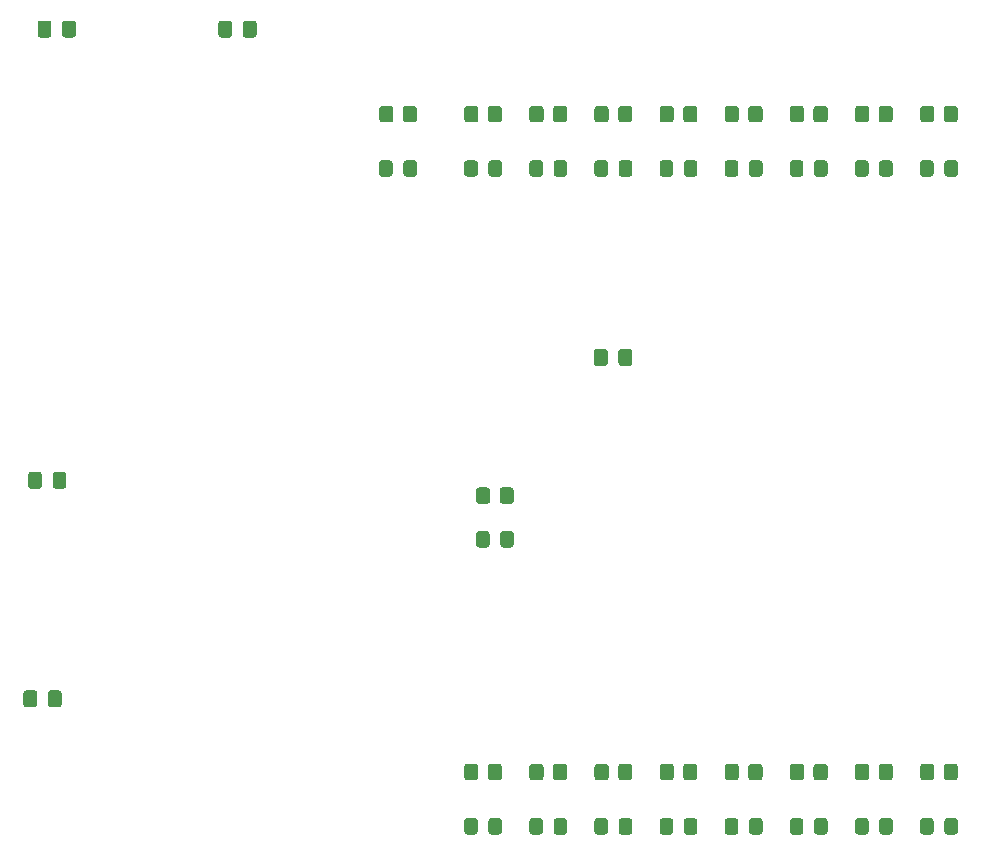
<source format=gtp>
G04 #@! TF.GenerationSoftware,KiCad,Pcbnew,(5.1.9)-1*
G04 #@! TF.CreationDate,2021-10-24T09:52:10-04:00*
G04 #@! TF.ProjectId,ir-rc,69722d72-632e-46b6-9963-61645f706362,1.0*
G04 #@! TF.SameCoordinates,Original*
G04 #@! TF.FileFunction,Paste,Top*
G04 #@! TF.FilePolarity,Positive*
%FSLAX46Y46*%
G04 Gerber Fmt 4.6, Leading zero omitted, Abs format (unit mm)*
G04 Created by KiCad (PCBNEW (5.1.9)-1) date 2021-10-24 09:52:10*
%MOMM*%
%LPD*%
G01*
G04 APERTURE LIST*
G04 APERTURE END LIST*
G36*
G01*
X154550000Y-83575000D02*
X154550000Y-82625000D01*
G75*
G02*
X154800000Y-82375000I250000J0D01*
G01*
X155475000Y-82375000D01*
G75*
G02*
X155725000Y-82625000I0J-250000D01*
G01*
X155725000Y-83575000D01*
G75*
G02*
X155475000Y-83825000I-250000J0D01*
G01*
X154800000Y-83825000D01*
G75*
G02*
X154550000Y-83575000I0J250000D01*
G01*
G37*
G36*
G01*
X152475000Y-83575000D02*
X152475000Y-82625000D01*
G75*
G02*
X152725000Y-82375000I250000J0D01*
G01*
X153400000Y-82375000D01*
G75*
G02*
X153650000Y-82625000I0J-250000D01*
G01*
X153650000Y-83575000D01*
G75*
G02*
X153400000Y-83825000I-250000J0D01*
G01*
X152725000Y-83825000D01*
G75*
G02*
X152475000Y-83575000I0J250000D01*
G01*
G37*
G36*
G01*
X144500000Y-95250001D02*
X144500000Y-94349999D01*
G75*
G02*
X144749999Y-94100000I249999J0D01*
G01*
X145450001Y-94100000D01*
G75*
G02*
X145700000Y-94349999I0J-249999D01*
G01*
X145700000Y-95250001D01*
G75*
G02*
X145450001Y-95500000I-249999J0D01*
G01*
X144749999Y-95500000D01*
G75*
G02*
X144500000Y-95250001I0J249999D01*
G01*
G37*
G36*
G01*
X142500000Y-95250001D02*
X142500000Y-94349999D01*
G75*
G02*
X142749999Y-94100000I249999J0D01*
G01*
X143450001Y-94100000D01*
G75*
G02*
X143700000Y-94349999I0J-249999D01*
G01*
X143700000Y-95250001D01*
G75*
G02*
X143450001Y-95500000I-249999J0D01*
G01*
X142749999Y-95500000D01*
G75*
G02*
X142500000Y-95250001I0J249999D01*
G01*
G37*
G36*
G01*
X144550000Y-98950001D02*
X144550000Y-98049999D01*
G75*
G02*
X144799999Y-97800000I249999J0D01*
G01*
X145450001Y-97800000D01*
G75*
G02*
X145700000Y-98049999I0J-249999D01*
G01*
X145700000Y-98950001D01*
G75*
G02*
X145450001Y-99200000I-249999J0D01*
G01*
X144799999Y-99200000D01*
G75*
G02*
X144550000Y-98950001I0J249999D01*
G01*
G37*
G36*
G01*
X142500000Y-98950001D02*
X142500000Y-98049999D01*
G75*
G02*
X142749999Y-97800000I249999J0D01*
G01*
X143400001Y-97800000D01*
G75*
G02*
X143650000Y-98049999I0J-249999D01*
G01*
X143650000Y-98950001D01*
G75*
G02*
X143400001Y-99200000I-249999J0D01*
G01*
X142749999Y-99200000D01*
G75*
G02*
X142500000Y-98950001I0J249999D01*
G01*
G37*
G36*
G01*
X182100000Y-62950001D02*
X182100000Y-62049999D01*
G75*
G02*
X182349999Y-61800000I249999J0D01*
G01*
X183050001Y-61800000D01*
G75*
G02*
X183300000Y-62049999I0J-249999D01*
G01*
X183300000Y-62950001D01*
G75*
G02*
X183050001Y-63200000I-249999J0D01*
G01*
X182349999Y-63200000D01*
G75*
G02*
X182100000Y-62950001I0J249999D01*
G01*
G37*
G36*
G01*
X180100000Y-62950001D02*
X180100000Y-62049999D01*
G75*
G02*
X180349999Y-61800000I249999J0D01*
G01*
X181050001Y-61800000D01*
G75*
G02*
X181300000Y-62049999I0J-249999D01*
G01*
X181300000Y-62950001D01*
G75*
G02*
X181050001Y-63200000I-249999J0D01*
G01*
X180349999Y-63200000D01*
G75*
G02*
X180100000Y-62950001I0J249999D01*
G01*
G37*
G36*
G01*
X176585710Y-62950001D02*
X176585710Y-62049999D01*
G75*
G02*
X176835709Y-61800000I249999J0D01*
G01*
X177535711Y-61800000D01*
G75*
G02*
X177785710Y-62049999I0J-249999D01*
G01*
X177785710Y-62950001D01*
G75*
G02*
X177535711Y-63200000I-249999J0D01*
G01*
X176835709Y-63200000D01*
G75*
G02*
X176585710Y-62950001I0J249999D01*
G01*
G37*
G36*
G01*
X174585710Y-62950001D02*
X174585710Y-62049999D01*
G75*
G02*
X174835709Y-61800000I249999J0D01*
G01*
X175535711Y-61800000D01*
G75*
G02*
X175785710Y-62049999I0J-249999D01*
G01*
X175785710Y-62950001D01*
G75*
G02*
X175535711Y-63200000I-249999J0D01*
G01*
X174835709Y-63200000D01*
G75*
G02*
X174585710Y-62950001I0J249999D01*
G01*
G37*
G36*
G01*
X171071425Y-62950001D02*
X171071425Y-62049999D01*
G75*
G02*
X171321424Y-61800000I249999J0D01*
G01*
X172021426Y-61800000D01*
G75*
G02*
X172271425Y-62049999I0J-249999D01*
G01*
X172271425Y-62950001D01*
G75*
G02*
X172021426Y-63200000I-249999J0D01*
G01*
X171321424Y-63200000D01*
G75*
G02*
X171071425Y-62950001I0J249999D01*
G01*
G37*
G36*
G01*
X169071425Y-62950001D02*
X169071425Y-62049999D01*
G75*
G02*
X169321424Y-61800000I249999J0D01*
G01*
X170021426Y-61800000D01*
G75*
G02*
X170271425Y-62049999I0J-249999D01*
G01*
X170271425Y-62950001D01*
G75*
G02*
X170021426Y-63200000I-249999J0D01*
G01*
X169321424Y-63200000D01*
G75*
G02*
X169071425Y-62950001I0J249999D01*
G01*
G37*
G36*
G01*
X165557140Y-62950001D02*
X165557140Y-62049999D01*
G75*
G02*
X165807139Y-61800000I249999J0D01*
G01*
X166507141Y-61800000D01*
G75*
G02*
X166757140Y-62049999I0J-249999D01*
G01*
X166757140Y-62950001D01*
G75*
G02*
X166507141Y-63200000I-249999J0D01*
G01*
X165807139Y-63200000D01*
G75*
G02*
X165557140Y-62950001I0J249999D01*
G01*
G37*
G36*
G01*
X163557140Y-62950001D02*
X163557140Y-62049999D01*
G75*
G02*
X163807139Y-61800000I249999J0D01*
G01*
X164507141Y-61800000D01*
G75*
G02*
X164757140Y-62049999I0J-249999D01*
G01*
X164757140Y-62950001D01*
G75*
G02*
X164507141Y-63200000I-249999J0D01*
G01*
X163807139Y-63200000D01*
G75*
G02*
X163557140Y-62950001I0J249999D01*
G01*
G37*
G36*
G01*
X160042855Y-62950001D02*
X160042855Y-62049999D01*
G75*
G02*
X160292854Y-61800000I249999J0D01*
G01*
X160992856Y-61800000D01*
G75*
G02*
X161242855Y-62049999I0J-249999D01*
G01*
X161242855Y-62950001D01*
G75*
G02*
X160992856Y-63200000I-249999J0D01*
G01*
X160292854Y-63200000D01*
G75*
G02*
X160042855Y-62950001I0J249999D01*
G01*
G37*
G36*
G01*
X158042855Y-62950001D02*
X158042855Y-62049999D01*
G75*
G02*
X158292854Y-61800000I249999J0D01*
G01*
X158992856Y-61800000D01*
G75*
G02*
X159242855Y-62049999I0J-249999D01*
G01*
X159242855Y-62950001D01*
G75*
G02*
X158992856Y-63200000I-249999J0D01*
G01*
X158292854Y-63200000D01*
G75*
G02*
X158042855Y-62950001I0J249999D01*
G01*
G37*
G36*
G01*
X154528570Y-62950001D02*
X154528570Y-62049999D01*
G75*
G02*
X154778569Y-61800000I249999J0D01*
G01*
X155478571Y-61800000D01*
G75*
G02*
X155728570Y-62049999I0J-249999D01*
G01*
X155728570Y-62950001D01*
G75*
G02*
X155478571Y-63200000I-249999J0D01*
G01*
X154778569Y-63200000D01*
G75*
G02*
X154528570Y-62950001I0J249999D01*
G01*
G37*
G36*
G01*
X152528570Y-62950001D02*
X152528570Y-62049999D01*
G75*
G02*
X152778569Y-61800000I249999J0D01*
G01*
X153478571Y-61800000D01*
G75*
G02*
X153728570Y-62049999I0J-249999D01*
G01*
X153728570Y-62950001D01*
G75*
G02*
X153478571Y-63200000I-249999J0D01*
G01*
X152778569Y-63200000D01*
G75*
G02*
X152528570Y-62950001I0J249999D01*
G01*
G37*
G36*
G01*
X149014285Y-62950001D02*
X149014285Y-62049999D01*
G75*
G02*
X149264284Y-61800000I249999J0D01*
G01*
X149964286Y-61800000D01*
G75*
G02*
X150214285Y-62049999I0J-249999D01*
G01*
X150214285Y-62950001D01*
G75*
G02*
X149964286Y-63200000I-249999J0D01*
G01*
X149264284Y-63200000D01*
G75*
G02*
X149014285Y-62950001I0J249999D01*
G01*
G37*
G36*
G01*
X147014285Y-62950001D02*
X147014285Y-62049999D01*
G75*
G02*
X147264284Y-61800000I249999J0D01*
G01*
X147964286Y-61800000D01*
G75*
G02*
X148214285Y-62049999I0J-249999D01*
G01*
X148214285Y-62950001D01*
G75*
G02*
X147964286Y-63200000I-249999J0D01*
G01*
X147264284Y-63200000D01*
G75*
G02*
X147014285Y-62950001I0J249999D01*
G01*
G37*
G36*
G01*
X143500000Y-62950001D02*
X143500000Y-62049999D01*
G75*
G02*
X143749999Y-61800000I249999J0D01*
G01*
X144450001Y-61800000D01*
G75*
G02*
X144700000Y-62049999I0J-249999D01*
G01*
X144700000Y-62950001D01*
G75*
G02*
X144450001Y-63200000I-249999J0D01*
G01*
X143749999Y-63200000D01*
G75*
G02*
X143500000Y-62950001I0J249999D01*
G01*
G37*
G36*
G01*
X141500000Y-62950001D02*
X141500000Y-62049999D01*
G75*
G02*
X141749999Y-61800000I249999J0D01*
G01*
X142450001Y-61800000D01*
G75*
G02*
X142700000Y-62049999I0J-249999D01*
G01*
X142700000Y-62950001D01*
G75*
G02*
X142450001Y-63200000I-249999J0D01*
G01*
X141749999Y-63200000D01*
G75*
G02*
X141500000Y-62950001I0J249999D01*
G01*
G37*
G36*
G01*
X135500000Y-62049999D02*
X135500000Y-62950001D01*
G75*
G02*
X135250001Y-63200000I-249999J0D01*
G01*
X134549999Y-63200000D01*
G75*
G02*
X134300000Y-62950001I0J249999D01*
G01*
X134300000Y-62049999D01*
G75*
G02*
X134549999Y-61800000I249999J0D01*
G01*
X135250001Y-61800000D01*
G75*
G02*
X135500000Y-62049999I0J-249999D01*
G01*
G37*
G36*
G01*
X137500000Y-62049999D02*
X137500000Y-62950001D01*
G75*
G02*
X137250001Y-63200000I-249999J0D01*
G01*
X136549999Y-63200000D01*
G75*
G02*
X136300000Y-62950001I0J249999D01*
G01*
X136300000Y-62049999D01*
G75*
G02*
X136549999Y-61800000I249999J0D01*
G01*
X137250001Y-61800000D01*
G75*
G02*
X137500000Y-62049999I0J-249999D01*
G01*
G37*
G36*
G01*
X143500000Y-118650001D02*
X143500000Y-117749999D01*
G75*
G02*
X143749999Y-117500000I249999J0D01*
G01*
X144450001Y-117500000D01*
G75*
G02*
X144700000Y-117749999I0J-249999D01*
G01*
X144700000Y-118650001D01*
G75*
G02*
X144450001Y-118900000I-249999J0D01*
G01*
X143749999Y-118900000D01*
G75*
G02*
X143500000Y-118650001I0J249999D01*
G01*
G37*
G36*
G01*
X141500000Y-118650001D02*
X141500000Y-117749999D01*
G75*
G02*
X141749999Y-117500000I249999J0D01*
G01*
X142450001Y-117500000D01*
G75*
G02*
X142700000Y-117749999I0J-249999D01*
G01*
X142700000Y-118650001D01*
G75*
G02*
X142450001Y-118900000I-249999J0D01*
G01*
X141749999Y-118900000D01*
G75*
G02*
X141500000Y-118650001I0J249999D01*
G01*
G37*
G36*
G01*
X149014285Y-118650001D02*
X149014285Y-117749999D01*
G75*
G02*
X149264284Y-117500000I249999J0D01*
G01*
X149964286Y-117500000D01*
G75*
G02*
X150214285Y-117749999I0J-249999D01*
G01*
X150214285Y-118650001D01*
G75*
G02*
X149964286Y-118900000I-249999J0D01*
G01*
X149264284Y-118900000D01*
G75*
G02*
X149014285Y-118650001I0J249999D01*
G01*
G37*
G36*
G01*
X147014285Y-118650001D02*
X147014285Y-117749999D01*
G75*
G02*
X147264284Y-117500000I249999J0D01*
G01*
X147964286Y-117500000D01*
G75*
G02*
X148214285Y-117749999I0J-249999D01*
G01*
X148214285Y-118650001D01*
G75*
G02*
X147964286Y-118900000I-249999J0D01*
G01*
X147264284Y-118900000D01*
G75*
G02*
X147014285Y-118650001I0J249999D01*
G01*
G37*
G36*
G01*
X154528570Y-118650001D02*
X154528570Y-117749999D01*
G75*
G02*
X154778569Y-117500000I249999J0D01*
G01*
X155478571Y-117500000D01*
G75*
G02*
X155728570Y-117749999I0J-249999D01*
G01*
X155728570Y-118650001D01*
G75*
G02*
X155478571Y-118900000I-249999J0D01*
G01*
X154778569Y-118900000D01*
G75*
G02*
X154528570Y-118650001I0J249999D01*
G01*
G37*
G36*
G01*
X152528570Y-118650001D02*
X152528570Y-117749999D01*
G75*
G02*
X152778569Y-117500000I249999J0D01*
G01*
X153478571Y-117500000D01*
G75*
G02*
X153728570Y-117749999I0J-249999D01*
G01*
X153728570Y-118650001D01*
G75*
G02*
X153478571Y-118900000I-249999J0D01*
G01*
X152778569Y-118900000D01*
G75*
G02*
X152528570Y-118650001I0J249999D01*
G01*
G37*
G36*
G01*
X160042855Y-118650001D02*
X160042855Y-117749999D01*
G75*
G02*
X160292854Y-117500000I249999J0D01*
G01*
X160992856Y-117500000D01*
G75*
G02*
X161242855Y-117749999I0J-249999D01*
G01*
X161242855Y-118650001D01*
G75*
G02*
X160992856Y-118900000I-249999J0D01*
G01*
X160292854Y-118900000D01*
G75*
G02*
X160042855Y-118650001I0J249999D01*
G01*
G37*
G36*
G01*
X158042855Y-118650001D02*
X158042855Y-117749999D01*
G75*
G02*
X158292854Y-117500000I249999J0D01*
G01*
X158992856Y-117500000D01*
G75*
G02*
X159242855Y-117749999I0J-249999D01*
G01*
X159242855Y-118650001D01*
G75*
G02*
X158992856Y-118900000I-249999J0D01*
G01*
X158292854Y-118900000D01*
G75*
G02*
X158042855Y-118650001I0J249999D01*
G01*
G37*
G36*
G01*
X165557140Y-118650001D02*
X165557140Y-117749999D01*
G75*
G02*
X165807139Y-117500000I249999J0D01*
G01*
X166507141Y-117500000D01*
G75*
G02*
X166757140Y-117749999I0J-249999D01*
G01*
X166757140Y-118650001D01*
G75*
G02*
X166507141Y-118900000I-249999J0D01*
G01*
X165807139Y-118900000D01*
G75*
G02*
X165557140Y-118650001I0J249999D01*
G01*
G37*
G36*
G01*
X163557140Y-118650001D02*
X163557140Y-117749999D01*
G75*
G02*
X163807139Y-117500000I249999J0D01*
G01*
X164507141Y-117500000D01*
G75*
G02*
X164757140Y-117749999I0J-249999D01*
G01*
X164757140Y-118650001D01*
G75*
G02*
X164507141Y-118900000I-249999J0D01*
G01*
X163807139Y-118900000D01*
G75*
G02*
X163557140Y-118650001I0J249999D01*
G01*
G37*
G36*
G01*
X171071425Y-118650001D02*
X171071425Y-117749999D01*
G75*
G02*
X171321424Y-117500000I249999J0D01*
G01*
X172021426Y-117500000D01*
G75*
G02*
X172271425Y-117749999I0J-249999D01*
G01*
X172271425Y-118650001D01*
G75*
G02*
X172021426Y-118900000I-249999J0D01*
G01*
X171321424Y-118900000D01*
G75*
G02*
X171071425Y-118650001I0J249999D01*
G01*
G37*
G36*
G01*
X169071425Y-118650001D02*
X169071425Y-117749999D01*
G75*
G02*
X169321424Y-117500000I249999J0D01*
G01*
X170021426Y-117500000D01*
G75*
G02*
X170271425Y-117749999I0J-249999D01*
G01*
X170271425Y-118650001D01*
G75*
G02*
X170021426Y-118900000I-249999J0D01*
G01*
X169321424Y-118900000D01*
G75*
G02*
X169071425Y-118650001I0J249999D01*
G01*
G37*
G36*
G01*
X176585710Y-118650001D02*
X176585710Y-117749999D01*
G75*
G02*
X176835709Y-117500000I249999J0D01*
G01*
X177535711Y-117500000D01*
G75*
G02*
X177785710Y-117749999I0J-249999D01*
G01*
X177785710Y-118650001D01*
G75*
G02*
X177535711Y-118900000I-249999J0D01*
G01*
X176835709Y-118900000D01*
G75*
G02*
X176585710Y-118650001I0J249999D01*
G01*
G37*
G36*
G01*
X174585710Y-118650001D02*
X174585710Y-117749999D01*
G75*
G02*
X174835709Y-117500000I249999J0D01*
G01*
X175535711Y-117500000D01*
G75*
G02*
X175785710Y-117749999I0J-249999D01*
G01*
X175785710Y-118650001D01*
G75*
G02*
X175535711Y-118900000I-249999J0D01*
G01*
X174835709Y-118900000D01*
G75*
G02*
X174585710Y-118650001I0J249999D01*
G01*
G37*
G36*
G01*
X182100000Y-118650001D02*
X182100000Y-117749999D01*
G75*
G02*
X182349999Y-117500000I249999J0D01*
G01*
X183050001Y-117500000D01*
G75*
G02*
X183300000Y-117749999I0J-249999D01*
G01*
X183300000Y-118650001D01*
G75*
G02*
X183050001Y-118900000I-249999J0D01*
G01*
X182349999Y-118900000D01*
G75*
G02*
X182100000Y-118650001I0J249999D01*
G01*
G37*
G36*
G01*
X180100000Y-118650001D02*
X180100000Y-117749999D01*
G75*
G02*
X180349999Y-117500000I249999J0D01*
G01*
X181050001Y-117500000D01*
G75*
G02*
X181300000Y-117749999I0J-249999D01*
G01*
X181300000Y-118650001D01*
G75*
G02*
X181050001Y-118900000I-249999J0D01*
G01*
X180349999Y-118900000D01*
G75*
G02*
X180100000Y-118650001I0J249999D01*
G01*
G37*
G36*
G01*
X182150000Y-67550001D02*
X182150000Y-66649999D01*
G75*
G02*
X182399999Y-66400000I249999J0D01*
G01*
X183050001Y-66400000D01*
G75*
G02*
X183300000Y-66649999I0J-249999D01*
G01*
X183300000Y-67550001D01*
G75*
G02*
X183050001Y-67800000I-249999J0D01*
G01*
X182399999Y-67800000D01*
G75*
G02*
X182150000Y-67550001I0J249999D01*
G01*
G37*
G36*
G01*
X180100000Y-67550001D02*
X180100000Y-66649999D01*
G75*
G02*
X180349999Y-66400000I249999J0D01*
G01*
X181000001Y-66400000D01*
G75*
G02*
X181250000Y-66649999I0J-249999D01*
G01*
X181250000Y-67550001D01*
G75*
G02*
X181000001Y-67800000I-249999J0D01*
G01*
X180349999Y-67800000D01*
G75*
G02*
X180100000Y-67550001I0J249999D01*
G01*
G37*
G36*
G01*
X176635710Y-67550001D02*
X176635710Y-66649999D01*
G75*
G02*
X176885709Y-66400000I249999J0D01*
G01*
X177535711Y-66400000D01*
G75*
G02*
X177785710Y-66649999I0J-249999D01*
G01*
X177785710Y-67550001D01*
G75*
G02*
X177535711Y-67800000I-249999J0D01*
G01*
X176885709Y-67800000D01*
G75*
G02*
X176635710Y-67550001I0J249999D01*
G01*
G37*
G36*
G01*
X174585710Y-67550001D02*
X174585710Y-66649999D01*
G75*
G02*
X174835709Y-66400000I249999J0D01*
G01*
X175485711Y-66400000D01*
G75*
G02*
X175735710Y-66649999I0J-249999D01*
G01*
X175735710Y-67550001D01*
G75*
G02*
X175485711Y-67800000I-249999J0D01*
G01*
X174835709Y-67800000D01*
G75*
G02*
X174585710Y-67550001I0J249999D01*
G01*
G37*
G36*
G01*
X171121425Y-67550001D02*
X171121425Y-66649999D01*
G75*
G02*
X171371424Y-66400000I249999J0D01*
G01*
X172021426Y-66400000D01*
G75*
G02*
X172271425Y-66649999I0J-249999D01*
G01*
X172271425Y-67550001D01*
G75*
G02*
X172021426Y-67800000I-249999J0D01*
G01*
X171371424Y-67800000D01*
G75*
G02*
X171121425Y-67550001I0J249999D01*
G01*
G37*
G36*
G01*
X169071425Y-67550001D02*
X169071425Y-66649999D01*
G75*
G02*
X169321424Y-66400000I249999J0D01*
G01*
X169971426Y-66400000D01*
G75*
G02*
X170221425Y-66649999I0J-249999D01*
G01*
X170221425Y-67550001D01*
G75*
G02*
X169971426Y-67800000I-249999J0D01*
G01*
X169321424Y-67800000D01*
G75*
G02*
X169071425Y-67550001I0J249999D01*
G01*
G37*
G36*
G01*
X165607140Y-67550001D02*
X165607140Y-66649999D01*
G75*
G02*
X165857139Y-66400000I249999J0D01*
G01*
X166507141Y-66400000D01*
G75*
G02*
X166757140Y-66649999I0J-249999D01*
G01*
X166757140Y-67550001D01*
G75*
G02*
X166507141Y-67800000I-249999J0D01*
G01*
X165857139Y-67800000D01*
G75*
G02*
X165607140Y-67550001I0J249999D01*
G01*
G37*
G36*
G01*
X163557140Y-67550001D02*
X163557140Y-66649999D01*
G75*
G02*
X163807139Y-66400000I249999J0D01*
G01*
X164457141Y-66400000D01*
G75*
G02*
X164707140Y-66649999I0J-249999D01*
G01*
X164707140Y-67550001D01*
G75*
G02*
X164457141Y-67800000I-249999J0D01*
G01*
X163807139Y-67800000D01*
G75*
G02*
X163557140Y-67550001I0J249999D01*
G01*
G37*
G36*
G01*
X160092855Y-67550001D02*
X160092855Y-66649999D01*
G75*
G02*
X160342854Y-66400000I249999J0D01*
G01*
X160992856Y-66400000D01*
G75*
G02*
X161242855Y-66649999I0J-249999D01*
G01*
X161242855Y-67550001D01*
G75*
G02*
X160992856Y-67800000I-249999J0D01*
G01*
X160342854Y-67800000D01*
G75*
G02*
X160092855Y-67550001I0J249999D01*
G01*
G37*
G36*
G01*
X158042855Y-67550001D02*
X158042855Y-66649999D01*
G75*
G02*
X158292854Y-66400000I249999J0D01*
G01*
X158942856Y-66400000D01*
G75*
G02*
X159192855Y-66649999I0J-249999D01*
G01*
X159192855Y-67550001D01*
G75*
G02*
X158942856Y-67800000I-249999J0D01*
G01*
X158292854Y-67800000D01*
G75*
G02*
X158042855Y-67550001I0J249999D01*
G01*
G37*
G36*
G01*
X154578570Y-67550001D02*
X154578570Y-66649999D01*
G75*
G02*
X154828569Y-66400000I249999J0D01*
G01*
X155478571Y-66400000D01*
G75*
G02*
X155728570Y-66649999I0J-249999D01*
G01*
X155728570Y-67550001D01*
G75*
G02*
X155478571Y-67800000I-249999J0D01*
G01*
X154828569Y-67800000D01*
G75*
G02*
X154578570Y-67550001I0J249999D01*
G01*
G37*
G36*
G01*
X152528570Y-67550001D02*
X152528570Y-66649999D01*
G75*
G02*
X152778569Y-66400000I249999J0D01*
G01*
X153428571Y-66400000D01*
G75*
G02*
X153678570Y-66649999I0J-249999D01*
G01*
X153678570Y-67550001D01*
G75*
G02*
X153428571Y-67800000I-249999J0D01*
G01*
X152778569Y-67800000D01*
G75*
G02*
X152528570Y-67550001I0J249999D01*
G01*
G37*
G36*
G01*
X149064285Y-67550001D02*
X149064285Y-66649999D01*
G75*
G02*
X149314284Y-66400000I249999J0D01*
G01*
X149964286Y-66400000D01*
G75*
G02*
X150214285Y-66649999I0J-249999D01*
G01*
X150214285Y-67550001D01*
G75*
G02*
X149964286Y-67800000I-249999J0D01*
G01*
X149314284Y-67800000D01*
G75*
G02*
X149064285Y-67550001I0J249999D01*
G01*
G37*
G36*
G01*
X147014285Y-67550001D02*
X147014285Y-66649999D01*
G75*
G02*
X147264284Y-66400000I249999J0D01*
G01*
X147914286Y-66400000D01*
G75*
G02*
X148164285Y-66649999I0J-249999D01*
G01*
X148164285Y-67550001D01*
G75*
G02*
X147914286Y-67800000I-249999J0D01*
G01*
X147264284Y-67800000D01*
G75*
G02*
X147014285Y-67550001I0J249999D01*
G01*
G37*
G36*
G01*
X143550000Y-67550001D02*
X143550000Y-66649999D01*
G75*
G02*
X143799999Y-66400000I249999J0D01*
G01*
X144450001Y-66400000D01*
G75*
G02*
X144700000Y-66649999I0J-249999D01*
G01*
X144700000Y-67550001D01*
G75*
G02*
X144450001Y-67800000I-249999J0D01*
G01*
X143799999Y-67800000D01*
G75*
G02*
X143550000Y-67550001I0J249999D01*
G01*
G37*
G36*
G01*
X141500000Y-67550001D02*
X141500000Y-66649999D01*
G75*
G02*
X141749999Y-66400000I249999J0D01*
G01*
X142400001Y-66400000D01*
G75*
G02*
X142650000Y-66649999I0J-249999D01*
G01*
X142650000Y-67550001D01*
G75*
G02*
X142400001Y-67800000I-249999J0D01*
G01*
X141749999Y-67800000D01*
G75*
G02*
X141500000Y-67550001I0J249999D01*
G01*
G37*
G36*
G01*
X136350000Y-67550001D02*
X136350000Y-66649999D01*
G75*
G02*
X136599999Y-66400000I249999J0D01*
G01*
X137250001Y-66400000D01*
G75*
G02*
X137500000Y-66649999I0J-249999D01*
G01*
X137500000Y-67550001D01*
G75*
G02*
X137250001Y-67800000I-249999J0D01*
G01*
X136599999Y-67800000D01*
G75*
G02*
X136350000Y-67550001I0J249999D01*
G01*
G37*
G36*
G01*
X134300000Y-67550001D02*
X134300000Y-66649999D01*
G75*
G02*
X134549999Y-66400000I249999J0D01*
G01*
X135200001Y-66400000D01*
G75*
G02*
X135450000Y-66649999I0J-249999D01*
G01*
X135450000Y-67550001D01*
G75*
G02*
X135200001Y-67800000I-249999J0D01*
G01*
X134549999Y-67800000D01*
G75*
G02*
X134300000Y-67550001I0J249999D01*
G01*
G37*
G36*
G01*
X143550000Y-123250001D02*
X143550000Y-122349999D01*
G75*
G02*
X143799999Y-122100000I249999J0D01*
G01*
X144450001Y-122100000D01*
G75*
G02*
X144700000Y-122349999I0J-249999D01*
G01*
X144700000Y-123250001D01*
G75*
G02*
X144450001Y-123500000I-249999J0D01*
G01*
X143799999Y-123500000D01*
G75*
G02*
X143550000Y-123250001I0J249999D01*
G01*
G37*
G36*
G01*
X141500000Y-123250001D02*
X141500000Y-122349999D01*
G75*
G02*
X141749999Y-122100000I249999J0D01*
G01*
X142400001Y-122100000D01*
G75*
G02*
X142650000Y-122349999I0J-249999D01*
G01*
X142650000Y-123250001D01*
G75*
G02*
X142400001Y-123500000I-249999J0D01*
G01*
X141749999Y-123500000D01*
G75*
G02*
X141500000Y-123250001I0J249999D01*
G01*
G37*
G36*
G01*
X149064285Y-123250001D02*
X149064285Y-122349999D01*
G75*
G02*
X149314284Y-122100000I249999J0D01*
G01*
X149964286Y-122100000D01*
G75*
G02*
X150214285Y-122349999I0J-249999D01*
G01*
X150214285Y-123250001D01*
G75*
G02*
X149964286Y-123500000I-249999J0D01*
G01*
X149314284Y-123500000D01*
G75*
G02*
X149064285Y-123250001I0J249999D01*
G01*
G37*
G36*
G01*
X147014285Y-123250001D02*
X147014285Y-122349999D01*
G75*
G02*
X147264284Y-122100000I249999J0D01*
G01*
X147914286Y-122100000D01*
G75*
G02*
X148164285Y-122349999I0J-249999D01*
G01*
X148164285Y-123250001D01*
G75*
G02*
X147914286Y-123500000I-249999J0D01*
G01*
X147264284Y-123500000D01*
G75*
G02*
X147014285Y-123250001I0J249999D01*
G01*
G37*
G36*
G01*
X154578570Y-123250001D02*
X154578570Y-122349999D01*
G75*
G02*
X154828569Y-122100000I249999J0D01*
G01*
X155478571Y-122100000D01*
G75*
G02*
X155728570Y-122349999I0J-249999D01*
G01*
X155728570Y-123250001D01*
G75*
G02*
X155478571Y-123500000I-249999J0D01*
G01*
X154828569Y-123500000D01*
G75*
G02*
X154578570Y-123250001I0J249999D01*
G01*
G37*
G36*
G01*
X152528570Y-123250001D02*
X152528570Y-122349999D01*
G75*
G02*
X152778569Y-122100000I249999J0D01*
G01*
X153428571Y-122100000D01*
G75*
G02*
X153678570Y-122349999I0J-249999D01*
G01*
X153678570Y-123250001D01*
G75*
G02*
X153428571Y-123500000I-249999J0D01*
G01*
X152778569Y-123500000D01*
G75*
G02*
X152528570Y-123250001I0J249999D01*
G01*
G37*
G36*
G01*
X160092855Y-123250001D02*
X160092855Y-122349999D01*
G75*
G02*
X160342854Y-122100000I249999J0D01*
G01*
X160992856Y-122100000D01*
G75*
G02*
X161242855Y-122349999I0J-249999D01*
G01*
X161242855Y-123250001D01*
G75*
G02*
X160992856Y-123500000I-249999J0D01*
G01*
X160342854Y-123500000D01*
G75*
G02*
X160092855Y-123250001I0J249999D01*
G01*
G37*
G36*
G01*
X158042855Y-123250001D02*
X158042855Y-122349999D01*
G75*
G02*
X158292854Y-122100000I249999J0D01*
G01*
X158942856Y-122100000D01*
G75*
G02*
X159192855Y-122349999I0J-249999D01*
G01*
X159192855Y-123250001D01*
G75*
G02*
X158942856Y-123500000I-249999J0D01*
G01*
X158292854Y-123500000D01*
G75*
G02*
X158042855Y-123250001I0J249999D01*
G01*
G37*
G36*
G01*
X165607140Y-123250001D02*
X165607140Y-122349999D01*
G75*
G02*
X165857139Y-122100000I249999J0D01*
G01*
X166507141Y-122100000D01*
G75*
G02*
X166757140Y-122349999I0J-249999D01*
G01*
X166757140Y-123250001D01*
G75*
G02*
X166507141Y-123500000I-249999J0D01*
G01*
X165857139Y-123500000D01*
G75*
G02*
X165607140Y-123250001I0J249999D01*
G01*
G37*
G36*
G01*
X163557140Y-123250001D02*
X163557140Y-122349999D01*
G75*
G02*
X163807139Y-122100000I249999J0D01*
G01*
X164457141Y-122100000D01*
G75*
G02*
X164707140Y-122349999I0J-249999D01*
G01*
X164707140Y-123250001D01*
G75*
G02*
X164457141Y-123500000I-249999J0D01*
G01*
X163807139Y-123500000D01*
G75*
G02*
X163557140Y-123250001I0J249999D01*
G01*
G37*
G36*
G01*
X171121425Y-123250001D02*
X171121425Y-122349999D01*
G75*
G02*
X171371424Y-122100000I249999J0D01*
G01*
X172021426Y-122100000D01*
G75*
G02*
X172271425Y-122349999I0J-249999D01*
G01*
X172271425Y-123250001D01*
G75*
G02*
X172021426Y-123500000I-249999J0D01*
G01*
X171371424Y-123500000D01*
G75*
G02*
X171121425Y-123250001I0J249999D01*
G01*
G37*
G36*
G01*
X169071425Y-123250001D02*
X169071425Y-122349999D01*
G75*
G02*
X169321424Y-122100000I249999J0D01*
G01*
X169971426Y-122100000D01*
G75*
G02*
X170221425Y-122349999I0J-249999D01*
G01*
X170221425Y-123250001D01*
G75*
G02*
X169971426Y-123500000I-249999J0D01*
G01*
X169321424Y-123500000D01*
G75*
G02*
X169071425Y-123250001I0J249999D01*
G01*
G37*
G36*
G01*
X176635710Y-123250001D02*
X176635710Y-122349999D01*
G75*
G02*
X176885709Y-122100000I249999J0D01*
G01*
X177535711Y-122100000D01*
G75*
G02*
X177785710Y-122349999I0J-249999D01*
G01*
X177785710Y-123250001D01*
G75*
G02*
X177535711Y-123500000I-249999J0D01*
G01*
X176885709Y-123500000D01*
G75*
G02*
X176635710Y-123250001I0J249999D01*
G01*
G37*
G36*
G01*
X174585710Y-123250001D02*
X174585710Y-122349999D01*
G75*
G02*
X174835709Y-122100000I249999J0D01*
G01*
X175485711Y-122100000D01*
G75*
G02*
X175735710Y-122349999I0J-249999D01*
G01*
X175735710Y-123250001D01*
G75*
G02*
X175485711Y-123500000I-249999J0D01*
G01*
X174835709Y-123500000D01*
G75*
G02*
X174585710Y-123250001I0J249999D01*
G01*
G37*
G36*
G01*
X182150000Y-123250001D02*
X182150000Y-122349999D01*
G75*
G02*
X182399999Y-122100000I249999J0D01*
G01*
X183050001Y-122100000D01*
G75*
G02*
X183300000Y-122349999I0J-249999D01*
G01*
X183300000Y-123250001D01*
G75*
G02*
X183050001Y-123500000I-249999J0D01*
G01*
X182399999Y-123500000D01*
G75*
G02*
X182150000Y-123250001I0J249999D01*
G01*
G37*
G36*
G01*
X180100000Y-123250001D02*
X180100000Y-122349999D01*
G75*
G02*
X180349999Y-122100000I249999J0D01*
G01*
X181000001Y-122100000D01*
G75*
G02*
X181250000Y-122349999I0J-249999D01*
G01*
X181250000Y-123250001D01*
G75*
G02*
X181000001Y-123500000I-249999J0D01*
G01*
X180349999Y-123500000D01*
G75*
G02*
X180100000Y-123250001I0J249999D01*
G01*
G37*
G36*
G01*
X122750000Y-55775000D02*
X122750000Y-54825000D01*
G75*
G02*
X123000000Y-54575000I250000J0D01*
G01*
X123675000Y-54575000D01*
G75*
G02*
X123925000Y-54825000I0J-250000D01*
G01*
X123925000Y-55775000D01*
G75*
G02*
X123675000Y-56025000I-250000J0D01*
G01*
X123000000Y-56025000D01*
G75*
G02*
X122750000Y-55775000I0J250000D01*
G01*
G37*
G36*
G01*
X120675000Y-55775000D02*
X120675000Y-54825000D01*
G75*
G02*
X120925000Y-54575000I250000J0D01*
G01*
X121600000Y-54575000D01*
G75*
G02*
X121850000Y-54825000I0J-250000D01*
G01*
X121850000Y-55775000D01*
G75*
G02*
X121600000Y-56025000I-250000J0D01*
G01*
X120925000Y-56025000D01*
G75*
G02*
X120675000Y-55775000I0J250000D01*
G01*
G37*
G36*
G01*
X107450000Y-55775000D02*
X107450000Y-54825000D01*
G75*
G02*
X107700000Y-54575000I250000J0D01*
G01*
X108375000Y-54575000D01*
G75*
G02*
X108625000Y-54825000I0J-250000D01*
G01*
X108625000Y-55775000D01*
G75*
G02*
X108375000Y-56025000I-250000J0D01*
G01*
X107700000Y-56025000D01*
G75*
G02*
X107450000Y-55775000I0J250000D01*
G01*
G37*
G36*
G01*
X105375000Y-55775000D02*
X105375000Y-54825000D01*
G75*
G02*
X105625000Y-54575000I250000J0D01*
G01*
X106300000Y-54575000D01*
G75*
G02*
X106550000Y-54825000I0J-250000D01*
G01*
X106550000Y-55775000D01*
G75*
G02*
X106300000Y-56025000I-250000J0D01*
G01*
X105625000Y-56025000D01*
G75*
G02*
X105375000Y-55775000I0J250000D01*
G01*
G37*
G36*
G01*
X105350000Y-111525000D02*
X105350000Y-112475000D01*
G75*
G02*
X105100000Y-112725000I-250000J0D01*
G01*
X104425000Y-112725000D01*
G75*
G02*
X104175000Y-112475000I0J250000D01*
G01*
X104175000Y-111525000D01*
G75*
G02*
X104425000Y-111275000I250000J0D01*
G01*
X105100000Y-111275000D01*
G75*
G02*
X105350000Y-111525000I0J-250000D01*
G01*
G37*
G36*
G01*
X107425000Y-111525000D02*
X107425000Y-112475000D01*
G75*
G02*
X107175000Y-112725000I-250000J0D01*
G01*
X106500000Y-112725000D01*
G75*
G02*
X106250000Y-112475000I0J250000D01*
G01*
X106250000Y-111525000D01*
G75*
G02*
X106500000Y-111275000I250000J0D01*
G01*
X107175000Y-111275000D01*
G75*
G02*
X107425000Y-111525000I0J-250000D01*
G01*
G37*
G36*
G01*
X105750000Y-93025000D02*
X105750000Y-93975000D01*
G75*
G02*
X105500000Y-94225000I-250000J0D01*
G01*
X104825000Y-94225000D01*
G75*
G02*
X104575000Y-93975000I0J250000D01*
G01*
X104575000Y-93025000D01*
G75*
G02*
X104825000Y-92775000I250000J0D01*
G01*
X105500000Y-92775000D01*
G75*
G02*
X105750000Y-93025000I0J-250000D01*
G01*
G37*
G36*
G01*
X107825000Y-93025000D02*
X107825000Y-93975000D01*
G75*
G02*
X107575000Y-94225000I-250000J0D01*
G01*
X106900000Y-94225000D01*
G75*
G02*
X106650000Y-93975000I0J250000D01*
G01*
X106650000Y-93025000D01*
G75*
G02*
X106900000Y-92775000I250000J0D01*
G01*
X107575000Y-92775000D01*
G75*
G02*
X107825000Y-93025000I0J-250000D01*
G01*
G37*
M02*

</source>
